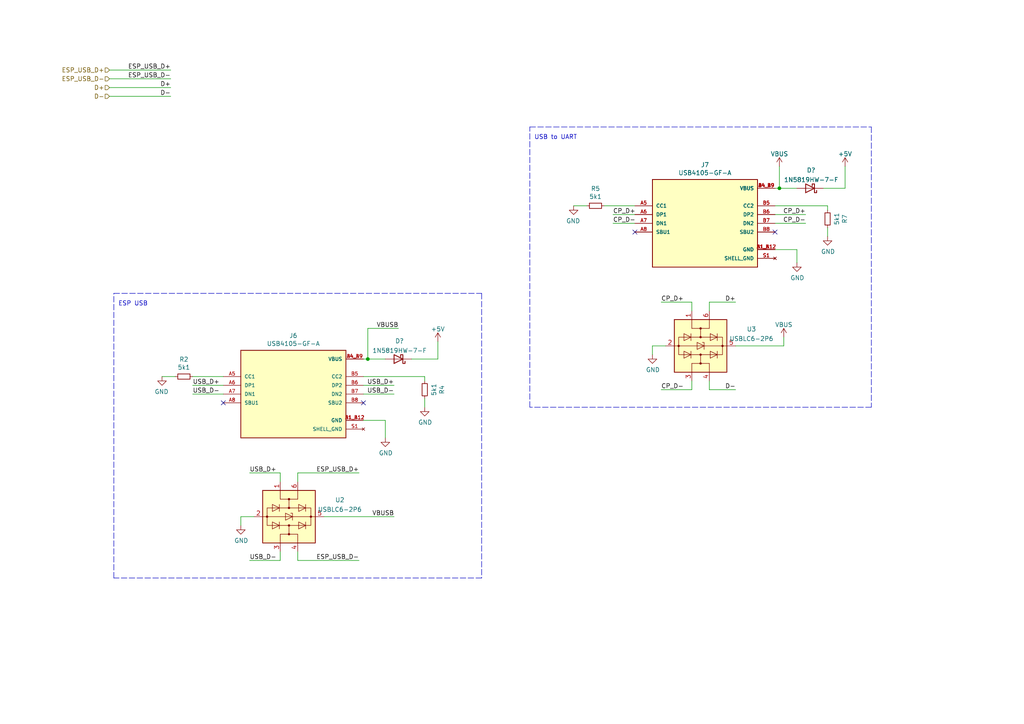
<source format=kicad_sch>
(kicad_sch (version 20211123) (generator eeschema)
  (paper "A4")
  (lib_symbols
    (symbol "Device:R_Small" (pin_numbers hide) (pin_names (offset 0.254) hide)
      (property "Reference" "R" (at 0.762 0.508 0))
      (property "Value" "R_Small" (at 0.762 -1.016 0))
      (symbol "R_Small_0_1"
        (rectangle (start -0.762 1.778) (end 0.762 -1.778) (stroke (width 0.2032)))
      )
      (symbol "R_Small_1_1"
        (pin passive line (at 0 2.54 270) (length 0.762) (name "~") (number "1"))
        (pin passive line (at 0 -2.54 90) (length 0.762) (name "~") (number "2"))
      )
    )
    (symbol "Diode:1N5819" (pin_numbers hide) (pin_names (offset 1.016) hide)
      (property "Reference" "D" (at 0 2.54 0))
      (property "Value" "1N5819" (at 0 -2.54 0))
      (symbol "1N5819_0_1"
        (polyline (pts (xy 1.27 0) (xy -1.27 0)))
        (polyline (pts (xy 1.27 1.27) (xy 1.27 -1.27) (xy -1.27 0) (xy 1.27 1.27)) (stroke (width 0.254)))
        (polyline (pts (xy -1.905 0.635) (xy -1.905 1.27) (xy -1.27 1.27) (xy -1.27 -1.27) (xy -0.635 -1.27) (xy -0.635 -0.635)) (stroke (width 0.254)))
      )
      (symbol "1N5819_1_1"
        (pin passive line (at -3.81 0 0) (length 2.54) (name "K") (number "1"))
        (pin passive line (at 3.81 0 180) (length 2.54) (name "A") (number "2"))
      )
    )
    (symbol "Power_Protection:USBLC6-2P6" (pin_names hide)
      (property "Reference" "U" (at 2.54 8.89 0))
      (property "Value" "USBLC6-2P6" (at 2.54 -8.89 0))
      (symbol "USBLC6-2P6_0_1"
        (rectangle (start -7.62 -7.62) (end 7.62 7.62) (stroke (width 0.254)) (fill (type background)))
        (circle (center -5.08 0) (radius 0.254) (fill (type outline)))
        (circle (center -2.54 0) (radius 0.254) (fill (type outline)))
        (rectangle (start -2.54 6.35) (end 2.54 -6.35))
        (circle (center 0 -6.35) (radius 0.254) (fill (type outline)))
        (polyline (pts (xy -5.08 -2.54) (xy -7.62 -2.54)))
        (polyline (pts (xy -5.08 0) (xy -5.08 -2.54)))
        (polyline (pts (xy -5.08 2.54) (xy -7.62 2.54)))
        (polyline (pts (xy -1.524 -2.794) (xy -3.556 -2.794)))
        (polyline (pts (xy -1.524 4.826) (xy -3.556 4.826)))
        (polyline (pts (xy 0 -7.62) (xy 0 -6.35)))
        (polyline (pts (xy 0 -6.35) (xy 0 1.27)))
        (polyline (pts (xy 0 1.27) (xy 0 6.35)))
        (polyline (pts (xy 0 6.35) (xy 0 7.62)))
        (polyline (pts (xy 1.524 -2.794) (xy 3.556 -2.794)))
        (polyline (pts (xy 1.524 4.826) (xy 3.556 4.826)))
        (polyline (pts (xy 5.08 -2.54) (xy 7.62 -2.54)))
        (polyline (pts (xy 5.08 0) (xy 5.08 -2.54)))
        (polyline (pts (xy 5.08 2.54) (xy 7.62 2.54)))
        (polyline (pts (xy -2.54 0) (xy -5.08 0) (xy -5.08 2.54)))
        (polyline (pts (xy 2.54 0) (xy 5.08 0) (xy 5.08 2.54)))
        (polyline (pts (xy -3.556 -4.826) (xy -1.524 -4.826) (xy -2.54 -2.794) (xy -3.556 -4.826)))
        (polyline (pts (xy -3.556 2.794) (xy -1.524 2.794) (xy -2.54 4.826) (xy -3.556 2.794)))
        (polyline (pts (xy -1.016 -1.016) (xy 1.016 -1.016) (xy 0 1.016) (xy -1.016 -1.016)))
        (polyline (pts (xy 1.016 1.016) (xy 0.762 1.016) (xy -1.016 1.016) (xy -1.016 0.508)))
        (polyline (pts (xy 3.556 -4.826) (xy 1.524 -4.826) (xy 2.54 -2.794) (xy 3.556 -4.826)))
        (polyline (pts (xy 3.556 2.794) (xy 1.524 2.794) (xy 2.54 4.826) (xy 3.556 2.794)))
        (circle (center 0 6.35) (radius 0.254) (fill (type outline)))
        (circle (center 2.54 0) (radius 0.254) (fill (type outline)))
        (circle (center 5.08 0) (radius 0.254) (fill (type outline)))
      )
      (symbol "USBLC6-2P6_1_1"
        (pin passive line (at -10.16 -2.54 0) (length 2.54) (name "I/O1") (number "1"))
        (pin passive line (at 0 -10.16 90) (length 2.54) (name "GND") (number "2"))
        (pin passive line (at 10.16 -2.54 180) (length 2.54) (name "I/O2") (number "3"))
        (pin passive line (at 10.16 2.54 180) (length 2.54) (name "I/O2") (number "4"))
        (pin passive line (at 0 10.16 270) (length 2.54) (name "VBUS") (number "5"))
        (pin passive line (at -10.16 2.54 0) (length 2.54) (name "I/O1") (number "6"))
      )
    )
    (symbol "USB4105-GF-A:USB4105-GF-A" (pin_names (offset 1.016))
      (property "Reference" "J" (at -15.24 13.97 0))
      (property "Value" "USB4105-GF-A" (at -15.24 -15.24 0))
      (symbol "USB4105-GF-A_0_0"
        (rectangle (start -15.24 -12.7) (end 15.24 12.7) (stroke (width 0.254)) (fill (type background)))
        (pin power_in line (at 20.32 -7.62 180) (length 5.08) (name "GND") (number "A1_B12"))
        (pin power_in line (at 20.32 10.16 180) (length 5.08) (name "VBUS") (number "A4_B9"))
        (pin bidirectional line (at -20.32 5.08 0) (length 5.08) (name "CC1") (number "A5"))
        (pin bidirectional line (at -20.32 2.54 0) (length 5.08) (name "DP1") (number "A6"))
        (pin bidirectional line (at -20.32 0 0) (length 5.08) (name "DN1") (number "A7"))
        (pin bidirectional line (at -20.32 -2.54 0) (length 5.08) (name "SBU1") (number "A8"))
        (pin power_in line (at 20.32 -7.62 180) (length 5.08) (name "GND") (number "B1_A12"))
        (pin power_in line (at 20.32 10.16 180) (length 5.08) (name "VBUS") (number "B4_A9"))
        (pin bidirectional line (at 20.32 5.08 180) (length 5.08) (name "CC2") (number "B5"))
        (pin bidirectional line (at 20.32 2.54 180) (length 5.08) (name "DP2") (number "B6"))
        (pin bidirectional line (at 20.32 0 180) (length 5.08) (name "DN2") (number "B7"))
        (pin bidirectional line (at 20.32 -2.54 180) (length 5.08) (name "SBU2") (number "B8"))
        (pin no_connect line (at 20.32 -10.16 180) (length 5.08) (name "SHELL_GND") (number "S1"))
        (pin no_connect line (at 1.27 -17.78 90) (length 5.08) hide (name "SHELL_GND") (number "S2"))
        (pin no_connect line (at 2.54 -17.78 90) (length 5.08) hide (name "SHELL_GND") (number "S3"))
        (pin no_connect line (at 3.81 -17.78 90) (length 5.08) hide (name "SHELL_GND") (number "S4"))
      )
    )
    (symbol "power:+5V" (power) (pin_names (offset 0))
      (property "Value" "+5V" (at 0 3.556 0))
      (symbol "+5V_0_1"
        (polyline (pts (xy -0.762 1.27) (xy 0 2.54)))
        (polyline (pts (xy 0 0) (xy 0 2.54)))
        (polyline (pts (xy 0 2.54) (xy 0.762 1.27)))
      )
      (symbol "+5V_1_1"
        (pin power_in line (at 0 0 90) (length 0) hide (name "+5V") (number "1"))
      )
    )
    (symbol "power:GND" (power) (pin_names (offset 0))
      (property "Value" "GND" (at 0 -3.81 0))
      (symbol "GND_0_1"
        (polyline (pts (xy 0 0) (xy 0 -1.27) (xy 1.27 -1.27) (xy 0 -2.54) (xy -1.27 -1.27) (xy 0 -1.27)))
      )
      (symbol "GND_1_1"
        (pin power_in line (at 0 0 270) (length 0) hide (name "GND") (number "1"))
      )
    )
    (symbol "power:VBUS" (power) (pin_names (offset 0))
      (property "Value" "VBUS" (at 0 3.81 0))
      (symbol "VBUS_0_1"
        (polyline (pts (xy -0.762 1.27) (xy 0 2.54)))
        (polyline (pts (xy 0 0) (xy 0 2.54)))
        (polyline (pts (xy 0 2.54) (xy 0.762 1.27)))
      )
      (symbol "VBUS_1_1"
        (pin power_in line (at 0 0 90) (length 0) hide (name "VBUS") (number "1"))
      )
    )
  )
  (junction (at 226.06 54.61))
  (junction (at 106.68 104.14))
  (no_connect (at 64.77 116.84))
  (no_connect (at 184.15 67.31))
  (no_connect (at 105.41 116.84))
  (no_connect (at 224.79 67.31))
  (wire (pts (xy 55.88 114.3) (xy 64.77 114.3)))
  (wire (pts (xy 224.79 59.69) (xy 240.03 59.69)))
  (wire (pts (xy 205.74 113.03) (xy 205.74 110.49)))
  (wire (pts (xy 123.19 110.49) (xy 123.19 109.22)))
  (wire (pts (xy 119.38 104.14) (xy 127 104.14)))
  (wire (pts (xy 175.26 59.69) (xy 184.15 59.69)))
  (wire (pts (xy 55.88 109.22) (xy 64.77 109.22)))
  (wire (pts (xy 200.66 87.63) (xy 200.66 90.17)))
  (wire (pts (xy 86.36 162.56) (xy 86.36 160.02)))
  (wire (pts (xy 227.33 97.79) (xy 227.33 100.33)))
  (wire (pts (xy 240.03 66.04) (xy 240.03 68.58)))
  (wire (pts (xy 105.41 104.14) (xy 106.68 104.14)))
  (wire (pts (xy 191.77 113.03) (xy 200.66 113.03)))
  (wire (pts (xy 224.79 54.61) (xy 226.06 54.61)))
  (wire (pts (xy 213.36 87.63) (xy 205.74 87.63)))
  (wire (pts (xy 81.28 137.16) (xy 81.28 139.7)))
  (wire (pts (xy 127 99.06) (xy 127 104.14)))
  (wire (pts (xy 115.57 95.25) (xy 106.68 95.25)))
  (wire (pts (xy 226.06 54.61) (xy 231.14 54.61)))
  (wire (pts (xy 177.8 64.77) (xy 184.15 64.77)))
  (wire (pts (xy 189.23 100.33) (xy 189.23 102.87)))
  (polyline (pts (xy 252.73 36.83) (xy 252.73 118.11)))
  (wire (pts (xy 73.66 149.86) (xy 69.85 149.86)))
  (wire (pts (xy 231.14 72.39) (xy 224.79 72.39)))
  (wire (pts (xy 166.37 59.69) (xy 170.18 59.69)))
  (polyline (pts (xy 153.67 36.83) (xy 252.73 36.83)))
  (wire (pts (xy 227.33 100.33) (xy 213.36 100.33)))
  (wire (pts (xy 106.68 104.14) (xy 111.76 104.14)))
  (wire (pts (xy 226.06 48.26) (xy 226.06 54.61)))
  (wire (pts (xy 238.76 54.61) (xy 245.11 54.61)))
  (wire (pts (xy 55.88 111.76) (xy 64.77 111.76)))
  (wire (pts (xy 86.36 137.16) (xy 86.36 139.7)))
  (wire (pts (xy 224.79 62.23) (xy 233.68 62.23)))
  (wire (pts (xy 123.19 115.57) (xy 123.19 118.11)))
  (wire (pts (xy 46.99 109.22) (xy 50.8 109.22)))
  (wire (pts (xy 105.41 111.76) (xy 114.3 111.76)))
  (wire (pts (xy 31.75 27.94) (xy 49.53 27.94)))
  (wire (pts (xy 93.98 149.86) (xy 114.3 149.86)))
  (polyline (pts (xy 139.7 167.64) (xy 33.02 167.64)))
  (wire (pts (xy 106.68 95.25) (xy 106.68 104.14)))
  (wire (pts (xy 177.8 62.23) (xy 184.15 62.23)))
  (wire (pts (xy 31.75 20.32) (xy 49.53 20.32)))
  (wire (pts (xy 213.36 113.03) (xy 205.74 113.03)))
  (polyline (pts (xy 252.73 118.11) (xy 153.67 118.11)))
  (wire (pts (xy 240.03 59.69) (xy 240.03 60.96)))
  (wire (pts (xy 200.66 110.49) (xy 200.66 113.03)))
  (wire (pts (xy 72.39 162.56) (xy 81.28 162.56)))
  (wire (pts (xy 31.75 25.4) (xy 49.53 25.4)))
  (wire (pts (xy 105.41 114.3) (xy 114.3 114.3)))
  (wire (pts (xy 86.36 162.56) (xy 104.14 162.56)))
  (wire (pts (xy 86.36 137.16) (xy 104.14 137.16)))
  (wire (pts (xy 105.41 109.22) (xy 123.19 109.22)))
  (wire (pts (xy 69.85 149.86) (xy 69.85 152.4)))
  (wire (pts (xy 231.14 76.2) (xy 231.14 72.39)))
  (polyline (pts (xy 33.02 167.64) (xy 33.02 85.09)))
  (wire (pts (xy 111.76 121.92) (xy 111.76 127)))
  (polyline (pts (xy 139.7 85.09) (xy 139.7 167.64)))
  (wire (pts (xy 224.79 64.77) (xy 233.68 64.77)))
  (wire (pts (xy 191.77 87.63) (xy 200.66 87.63)))
  (wire (pts (xy 81.28 160.02) (xy 81.28 162.56)))
  (polyline (pts (xy 33.02 85.09) (xy 139.7 85.09)))
  (wire (pts (xy 245.11 48.26) (xy 245.11 54.61)))
  (wire (pts (xy 31.75 22.86) (xy 49.53 22.86)))
  (wire (pts (xy 72.39 137.16) (xy 81.28 137.16)))
  (wire (pts (xy 205.74 87.63) (xy 205.74 90.17)))
  (wire (pts (xy 105.41 121.92) (xy 111.76 121.92)))
  (wire (pts (xy 193.04 100.33) (xy 189.23 100.33)))
  (polyline (pts (xy 153.67 118.11) (xy 153.67 36.83)))
  (text "ESP USB" (at 34.29 88.9 0) (effects (font (size 1.27 1.27)) (justify left bottom)))
  (text "USB to UART" (at 154.94 40.64 0) (effects (font (size 1.27 1.27)) (justify left bottom)))
  (label "CP_D+" (at 191.77 87.63 0))
  (label "VBUSB" (at 114.3 149.86 180))
  (label "USB_D+" (at 55.88 111.76 0))
  (label "USB_D+" (at 114.3 111.76 180))
  (label "ESP_USB_D+" (at 104.14 137.16 180))
  (label "ESP_USB_D-" (at 104.14 162.56 180))
  (label "ESP_USB_D-" (at 49.53 22.86 180))
  (label "USB_D+" (at 72.39 137.16 0))
  (label "CP_D+" (at 177.8 62.23 0))
  (label "USB_D-" (at 72.39 162.56 0))
  (label "D-" (at 213.36 113.03 180))
  (label "VBUSB" (at 115.57 95.25 180))
  (label "CP_D-" (at 177.8 64.77 0))
  (label "CP_D-" (at 233.68 64.77 180))
  (label "USB_D-" (at 114.3 114.3 180))
  (label "CP_D-" (at 191.77 113.03 0))
  (label "D+" (at 213.36 87.63 180))
  (label "ESP_USB_D+" (at 49.53 20.32 180))
  (label "CP_D+" (at 233.68 62.23 180))
  (label "USB_D-" (at 55.88 114.3 0))
  (label "D-" (at 49.53 27.94 180))
  (label "D+" (at 49.53 25.4 180))
  (hierarchical_label "ESP_USB_D-" (shape input) (at 31.75 22.86 180))
  (hierarchical_label "D+" (shape input) (at 31.75 25.4 180))
  (hierarchical_label "ESP_USB_D+" (shape input) (at 31.75 20.32 180))
  (hierarchical_label "D-" (shape input) (at 31.75 27.94 180))
  (symbol (lib_id "USB4105-GF-A:USB4105-GF-A") (at 204.47 64.77 0) (unit 1)
    (property "Reference" "J7" (at 204.47 47.8282 0))
    (property "Value" "USB4105-GF-A" (at 204.47 50.1396 0))
    (property "Footprint" "GCT_USB4105-GF-A" (effects hide))
    (property "Alternative" "TYPE-C-31-M-12" (effects hide))
    (property "PARTREV" "A3" (effects hide))
    (property "MANUFACTURER" "GCT" (effects hide))
    (property "MAXIMUM_PACKAGE_HEIGHT" "3.31 mm" (effects hide))
    (property "STANDARD" "Manufacturer Recommendations" (effects hide))
  )
  (symbol (lib_id "power:GND") (at 123.19 118.11 0) (unit 1)
    (property "Reference" "#PWR0126" (effects hide))
    (property "Value" "GND" (at 123.317 122.5042 0))
  )
  (symbol (lib_id "Power_Protection:USBLC6-2P6") (at 203.2 100.33 270) (unit 1)
    (property "Reference" "U3" (at 217.9509 95.4743 90))
    (property "Value" "USBLC6-2P6" (at 217.9509 98.2494 90))
    (property "Footprint" "Package_TO_SOT_SMD:SOT-666" (effects hide))
    (property "Datasheet" "https://www.st.com/resource/en/datasheet/usblc6-2.pdf" (effects hide))
  )
  (symbol (lib_id "power:GND") (at 240.03 68.58 0) (unit 1)
    (property "Reference" "#PWR0119" (effects hide))
    (property "Value" "GND" (at 240.157 72.9742 0))
  )
  (symbol (lib_id "USB4105-GF-A:USB4105-GF-A") (at 85.09 114.3 0) (unit 1)
    (property "Reference" "J6" (at 85.09 97.3582 0))
    (property "Value" "USB4105-GF-A" (at 85.09 99.6696 0))
    (property "Footprint" "GCT_USB4105-GF-A" (effects hide))
    (property "Alternative" "TYPE-C-31-M-12" (effects hide))
    (property "PARTREV" "A3" (effects hide))
    (property "MANUFACTURER" "GCT" (effects hide))
    (property "MAXIMUM_PACKAGE_HEIGHT" "3.31 mm" (effects hide))
    (property "STANDARD" "Manufacturer Recommendations" (effects hide))
  )
  (symbol (lib_id "Power_Protection:USBLC6-2P6") (at 83.82 149.86 270) (unit 1)
    (property "Reference" "U2" (at 98.5709 145.0043 90))
    (property "Value" "USBLC6-2P6" (at 98.5709 147.7794 90))
    (property "Footprint" "Package_TO_SOT_SMD:SOT-666" (effects hide))
    (property "Datasheet" "https://www.st.com/resource/en/datasheet/usblc6-2.pdf" (effects hide))
  )
  (symbol (lib_id "power:GND") (at 189.23 102.87 0) (unit 1)
    (property "Reference" "#PWR0123" (effects hide))
    (property "Value" "GND" (at 189.357 107.2642 0))
  )
  (symbol (lib_id "power:GND") (at 46.99 109.22 0) (mirror y) (unit 1)
    (property "Reference" "#PWR0127" (effects hide))
    (property "Value" "GND" (at 46.863 113.6142 0))
  )
  (symbol (lib_id "Diode:1N5819") (at 234.95 54.61 180) (unit 1)
    (property "Reference" "D?" (at 235.2675 49.3735 0))
    (property "Value" "1N5819HW-7-F" (at 235.2675 52.1486 0))
    (property "Footprint" "Diode_THT:D_DO-41_SOD81_P10.16mm_Horizontal" (effects hide))
    (property "Datasheet" "http://www.vishay.com/docs/88525/1n5817.pdf" (effects hide))
  )
  (symbol (lib_id "power:VBUS") (at 226.06 48.26 0) (unit 1)
    (property "Reference" "#PWR?" (effects hide))
    (property "Value" "VBUS" (at 226.06 44.6555 0))
  )
  (symbol (lib_id "Device:R_Small") (at 123.19 113.03 180) (unit 1)
    (property "Reference" "R4" (at 128.1684 113.03 90))
    (property "Value" "5k1" (at 125.857 113.03 90))
    (property "Footprint" "Resistor_SMD:R_0603_1608Metric" (effects hide))
  )
  (symbol (lib_id "power:+5V") (at 127 99.06 0) (unit 1)
    (property "Reference" "#PWR?" (effects hide))
    (property "Value" "+5V" (at 127 95.4555 0))
  )
  (symbol (lib_id "power:GND") (at 69.85 152.4 0) (unit 1)
    (property "Reference" "#PWR0130" (effects hide))
    (property "Value" "GND" (at 69.977 156.7942 0))
  )
  (symbol (lib_id "power:GND") (at 166.37 59.69 0) (mirror y) (unit 1)
    (property "Reference" "#PWR0124" (effects hide))
    (property "Value" "GND" (at 166.243 64.0842 0))
  )
  (symbol (lib_id "power:GND") (at 111.76 127 0) (unit 1)
    (property "Reference" "#PWR0128" (effects hide))
    (property "Value" "GND" (at 111.887 131.3942 0))
  )
  (symbol (lib_id "power:VBUS") (at 227.33 97.79 0) (unit 1)
    (property "Reference" "#PWR0122" (effects hide))
    (property "Value" "VBUS" (at 227.33 94.1855 0))
  )
  (symbol (lib_id "Device:R_Small") (at 172.72 59.69 90) (mirror x) (unit 1)
    (property "Reference" "R5" (at 172.72 54.7116 90))
    (property "Value" "5k1" (at 172.72 57.023 90))
    (property "Footprint" "Resistor_SMD:R_0603_1608Metric" (effects hide))
  )
  (symbol (lib_id "Device:R_Small") (at 53.34 109.22 90) (mirror x) (unit 1)
    (property "Reference" "R2" (at 53.34 104.2416 90))
    (property "Value" "5k1" (at 53.34 106.553 90))
    (property "Footprint" "Resistor_SMD:R_0603_1608Metric" (effects hide))
  )
  (symbol (lib_id "power:+5V") (at 245.11 48.26 0) (unit 1)
    (property "Reference" "#PWR?" (effects hide))
    (property "Value" "+5V" (at 245.11 44.6555 0))
  )
  (symbol (lib_id "Device:R_Small") (at 240.03 63.5 180) (unit 1)
    (property "Reference" "R7" (at 245.0084 63.5 90))
    (property "Value" "5k1" (at 242.697 63.5 90))
    (property "Footprint" "Resistor_SMD:R_0603_1608Metric" (effects hide))
  )
  (symbol (lib_id "Diode:1N5819") (at 115.57 104.14 180) (unit 1)
    (property "Reference" "D?" (at 115.8875 98.9035 0))
    (property "Value" "1N5819HW-7-F" (at 115.8875 101.6786 0))
    (property "Footprint" "Diode_THT:D_DO-41_SOD81_P10.16mm_Horizontal" (effects hide))
    (property "Datasheet" "http://www.vishay.com/docs/88525/1n5817.pdf" (effects hide))
  )
  (symbol (lib_id "power:GND") (at 231.14 76.2 0) (unit 1)
    (property "Reference" "#PWR0121" (effects hide))
    (property "Value" "GND" (at 231.267 80.5942 0))
  )
)
</source>
